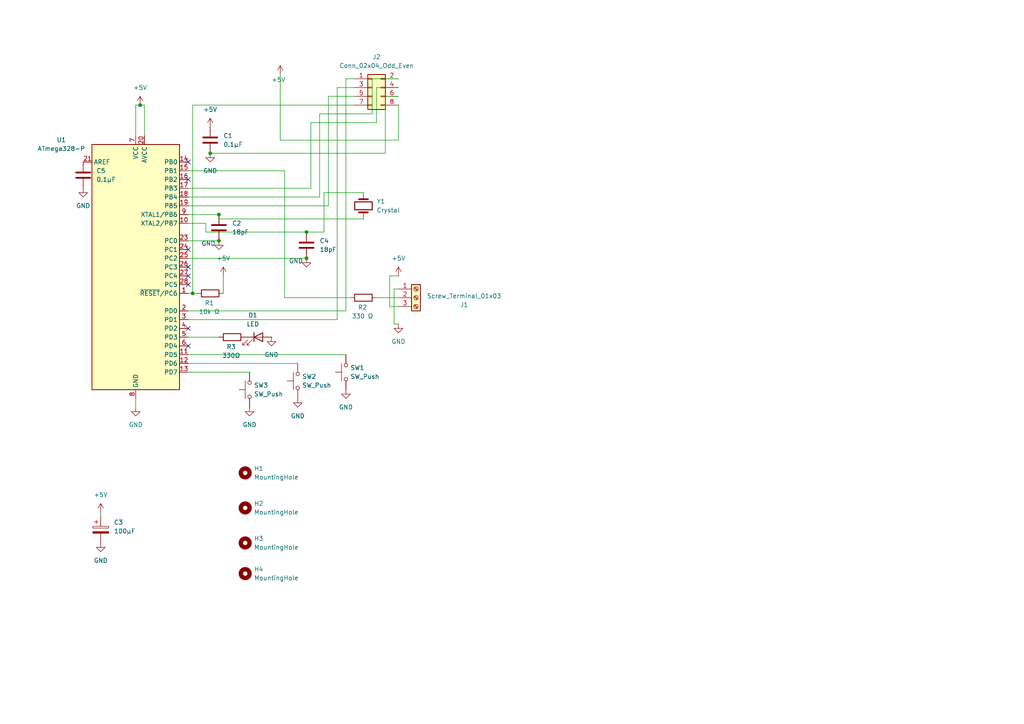
<source format=kicad_sch>
(kicad_sch (version 20250114) (generator "eeschema") (generator_version "9.0")
  (paper "A4")
  (lib_symbols
    (symbol "Connector:Screw_Terminal_01x03" (pin_names (offset 1.016) (hide yes))
      (property "Reference" "J" (at 0 5.08 0))
      (property "Value" "Screw_Terminal_01x03" (at 0 -5.08 0))
      (symbol "Screw_Terminal_01x03_1_1"
        (rectangle (start -1.27 3.81) (end 1.27 -3.81) (stroke (width 0.254)) (fill (type background)))
        (polyline (pts (xy -0.5334 2.8702) (xy 0.3302 2.032)) (stroke (width 0.1524)))
        (polyline (pts (xy -0.5334 0.3302) (xy 0.3302 -0.508)) (stroke (width 0.1524)))
        (polyline (pts (xy -0.5334 -2.2098) (xy 0.3302 -3.048)) (stroke (width 0.1524)))
        (polyline (pts (xy -0.3556 3.048) (xy 0.508 2.2098)) (stroke (width 0.1524)))
        (polyline (pts (xy -0.3556 0.508) (xy 0.508 -0.3302)) (stroke (width 0.1524)))
        (polyline (pts (xy -0.3556 -2.032) (xy 0.508 -2.8702)) (stroke (width 0.1524)))
        (circle (center 0 2.54) (radius 0.635) (stroke (width 0.1524)))
        (circle (center 0 0) (radius 0.635) (stroke (width 0.1524)))
        (circle (center 0 -2.54) (radius 0.635) (stroke (width 0.1524)))
        (pin passive line (at -5.08 2.54 0) (length 3.81) (name "Pin_1") (number "1"))
        (pin passive line (at -5.08 0 0) (length 3.81) (name "Pin_2") (number "2"))
        (pin passive line (at -5.08 -2.54 0) (length 3.81) (name "Pin_3") (number "3"))
      )
    )
    (symbol "Connector_Generic:Conn_02x04_Odd_Even" (pin_names (offset 1.016) (hide yes))
      (property "Reference" "J" (at 1.27 5.08 0))
      (property "Value" "Conn_02x04_Odd_Even" (at 1.27 -7.62 0))
      (symbol "Conn_02x04_Odd_Even_1_1"
        (rectangle (start -1.27 3.81) (end 3.81 -6.35) (stroke (width 0.254)) (fill (type background)))
        (rectangle (start -1.27 2.667) (end 0 2.413) (stroke (width 0.1524)))
        (rectangle (start -1.27 0.127) (end 0 -0.127) (stroke (width 0.1524)))
        (rectangle (start -1.27 -2.413) (end 0 -2.667) (stroke (width 0.1524)))
        (rectangle (start -1.27 -4.953) (end 0 -5.207) (stroke (width 0.1524)))
        (rectangle (start 3.81 2.667) (end 2.54 2.413) (stroke (width 0.1524)))
        (rectangle (start 3.81 0.127) (end 2.54 -0.127) (stroke (width 0.1524)))
        (rectangle (start 3.81 -2.413) (end 2.54 -2.667) (stroke (width 0.1524)))
        (rectangle (start 3.81 -4.953) (end 2.54 -5.207) (stroke (width 0.1524)))
        (pin passive line (at -5.08 2.54 0) (length 3.81) (name "Pin_1") (number "1"))
        (pin passive line (at -5.08 0 0) (length 3.81) (name "Pin_3") (number "3"))
        (pin passive line (at -5.08 -2.54 0) (length 3.81) (name "Pin_5") (number "5"))
        (pin passive line (at -5.08 -5.08 0) (length 3.81) (name "Pin_7") (number "7"))
        (pin passive line (at 7.62 2.54 180) (length 3.81) (name "Pin_2") (number "2"))
        (pin passive line (at 7.62 0 180) (length 3.81) (name "Pin_4") (number "4"))
        (pin passive line (at 7.62 -2.54 180) (length 3.81) (name "Pin_6") (number "6"))
        (pin passive line (at 7.62 -5.08 180) (length 3.81) (name "Pin_8") (number "8"))
      )
    )
    (symbol "Device:C" (pin_numbers (hide yes)) (pin_names (offset 0.254))
      (property "Reference" "C" (at 0.635 2.54 0))
      (property "Value" "C" (at 0.635 -2.54 0))
      (symbol "C_0_1"
        (polyline (pts (xy -2.032 0.762) (xy 2.032 0.762)) (stroke (width 0.508)))
        (polyline (pts (xy -2.032 -0.762) (xy 2.032 -0.762)) (stroke (width 0.508)))
      )
      (symbol "C_1_1"
        (pin passive line (at 0 3.81 270) (length 2.794) (name "~") (number "1"))
        (pin passive line (at 0 -3.81 90) (length 2.794) (name "~") (number "2"))
      )
    )
    (symbol "Device:C_Polarized" (pin_numbers (hide yes)) (pin_names (offset 0.254))
      (property "Reference" "C" (at 0.635 2.54 0))
      (property "Value" "C_Polarized" (at 0.635 -2.54 0))
      (symbol "C_Polarized_0_1"
        (rectangle (start -2.286 0.508) (end 2.286 1.016))
        (polyline (pts (xy -1.778 2.286) (xy -0.762 2.286)))
        (polyline (pts (xy -1.27 2.794) (xy -1.27 1.778)))
        (rectangle (start 2.286 -0.508) (end -2.286 -1.016) (fill (type outline)))
      )
      (symbol "C_Polarized_1_1"
        (pin passive line (at 0 3.81 270) (length 2.794) (name "~") (number "1"))
        (pin passive line (at 0 -3.81 90) (length 2.794) (name "~") (number "2"))
      )
    )
    (symbol "Device:Crystal" (pin_numbers (hide yes)) (pin_names (offset 1.016) (hide yes))
      (property "Reference" "Y" (at 0 3.81 0))
      (property "Value" "Crystal" (at 0 -3.81 0))
      (symbol "Crystal_0_1"
        (polyline (pts (xy -2.54 0) (xy -1.905 0)))
        (polyline (pts (xy -1.905 -1.27) (xy -1.905 1.27)) (stroke (width 0.508)))
        (rectangle (start -1.143 2.54) (end 1.143 -2.54) (stroke (width 0.3048)))
        (polyline (pts (xy 1.905 -1.27) (xy 1.905 1.27)) (stroke (width 0.508)))
        (polyline (pts (xy 2.54 0) (xy 1.905 0)))
      )
      (symbol "Crystal_1_1"
        (pin passive line (at -3.81 0 0) (length 1.27) (name "1") (number "1"))
        (pin passive line (at 3.81 0 180) (length 1.27) (name "2") (number "2"))
      )
    )
    (symbol "Device:LED" (pin_numbers (hide yes)) (pin_names (offset 1.016) (hide yes))
      (property "Reference" "D" (at 0 2.54 0))
      (property "Value" "LED" (at 0 -2.54 0))
      (symbol "LED_0_1"
        (polyline (pts (xy -3.048 -0.762) (xy -4.572 -2.286) (xy -3.81 -2.286) (xy -4.572 -2.286) (xy -4.572 -1.524)))
        (polyline (pts (xy -1.778 -0.762) (xy -3.302 -2.286) (xy -2.54 -2.286) (xy -3.302 -2.286) (xy -3.302 -1.524)))
        (polyline (pts (xy -1.27 0) (xy 1.27 0)))
        (polyline (pts (xy -1.27 -1.27) (xy -1.27 1.27)) (stroke (width 0.254)))
        (polyline (pts (xy 1.27 -1.27) (xy 1.27 1.27) (xy -1.27 0) (xy 1.27 -1.27)) (stroke (width 0.254)))
      )
      (symbol "LED_1_1"
        (pin passive line (at -3.81 0 0) (length 2.54) (name "K") (number "1"))
        (pin passive line (at 3.81 0 180) (length 2.54) (name "A") (number "2"))
      )
    )
    (symbol "Device:R" (pin_numbers (hide yes)) (pin_names (offset 0))
      (property "Reference" "R" (at 2.032 0 90))
      (property "Value" "R" (at 0 0 90))
      (symbol "R_0_1"
        (rectangle (start -1.016 -2.54) (end 1.016 2.54) (stroke (width 0.254)))
      )
      (symbol "R_1_1"
        (pin passive line (at 0 3.81 270) (length 1.27) (name "~") (number "1"))
        (pin passive line (at 0 -3.81 90) (length 1.27) (name "~") (number "2"))
      )
    )
    (symbol "MCU_Microchip_ATmega:ATmega328-P"
      (property "Reference" "U" (at -12.7 36.83 0))
      (property "Value" "ATmega328-P" (at 2.54 -36.83 0))
      (symbol "ATmega328-P_0_1"
        (rectangle (start -12.7 -35.56) (end 12.7 35.56) (stroke (width 0.254)) (fill (type background)))
      )
      (symbol "ATmega328-P_1_1"
        (pin passive line (at -15.24 30.48 0) (length 2.54) (name "AREF") (number "21"))
        (pin power_in line (at 0 38.1 270) (length 2.54) (name "VCC") (number "7"))
        (pin passive line (at 0 -38.1 90) (length 2.54) (hide yes) (name "GND") (number "22"))
        (pin power_in line (at 0 -38.1 90) (length 2.54) (name "GND") (number "8"))
        (pin power_in line (at 2.54 38.1 270) (length 2.54) (name "AVCC") (number "20"))
        (pin bidirectional line (at 15.24 30.48 180) (length 2.54) (name "PB0") (number "14"))
        (pin bidirectional line (at 15.24 27.94 180) (length 2.54) (name "PB1") (number "15"))
        (pin bidirectional line (at 15.24 25.4 180) (length 2.54) (name "PB2") (number "16"))
        (pin bidirectional line (at 15.24 22.86 180) (length 2.54) (name "PB3") (number "17"))
        (pin bidirectional line (at 15.24 20.32 180) (length 2.54) (name "PB4") (number "18"))
        (pin bidirectional line (at 15.24 17.78 180) (length 2.54) (name "PB5") (number "19"))
        (pin bidirectional line (at 15.24 15.24 180) (length 2.54) (name "XTAL1/PB6") (number "9"))
        (pin bidirectional line (at 15.24 12.7 180) (length 2.54) (name "XTAL2/PB7") (number "10"))
        (pin bidirectional line (at 15.24 7.62 180) (length 2.54) (name "PC0") (number "23"))
        (pin bidirectional line (at 15.24 5.08 180) (length 2.54) (name "PC1") (number "24"))
        (pin bidirectional line (at 15.24 2.54 180) (length 2.54) (name "PC2") (number "25"))
        (pin bidirectional line (at 15.24 0 180) (length 2.54) (name "PC3") (number "26"))
        (pin bidirectional line (at 15.24 -2.54 180) (length 2.54) (name "PC4") (number "27"))
        (pin bidirectional line (at 15.24 -5.08 180) (length 2.54) (name "PC5") (number "28"))
        (pin bidirectional line (at 15.24 -7.62 180) (length 2.54) (name "~{RESET}/PC6") (number "1"))
        (pin bidirectional line (at 15.24 -12.7 180) (length 2.54) (name "PD0") (number "2"))
        (pin bidirectional line (at 15.24 -15.24 180) (length 2.54) (name "PD1") (number "3"))
        (pin bidirectional line (at 15.24 -17.78 180) (length 2.54) (name "PD2") (number "4"))
        (pin bidirectional line (at 15.24 -20.32 180) (length 2.54) (name "PD3") (number "5"))
        (pin bidirectional line (at 15.24 -22.86 180) (length 2.54) (name "PD4") (number "6"))
        (pin bidirectional line (at 15.24 -25.4 180) (length 2.54) (name "PD5") (number "11"))
        (pin bidirectional line (at 15.24 -27.94 180) (length 2.54) (name "PD6") (number "12"))
        (pin bidirectional line (at 15.24 -30.48 180) (length 2.54) (name "PD7") (number "13"))
      )
    )
    (symbol "Mechanical:MountingHole" (pin_names (offset 1.016)) (in_bom no)
      (property "Reference" "H" (at 0 5.08 0))
      (property "Value" "MountingHole" (at 0 3.175 0))
      (symbol "MountingHole_0_1"
        (circle (center 0 0) (radius 1.27) (stroke (width 1.27)))
      )
    )
    (symbol "Switch:SW_Push" (pin_numbers (hide yes)) (pin_names (offset 1.016) (hide yes))
      (property "Reference" "SW" (at 1.27 2.54 0))
      (property "Value" "SW_Push" (at 0 -1.524 0))
      (symbol "SW_Push_0_1"
        (circle (center -2.032 0) (radius 0.508))
        (polyline (pts (xy 0 1.27) (xy 0 3.048)))
        (circle (center 2.032 0) (radius 0.508))
        (polyline (pts (xy 2.54 1.27) (xy -2.54 1.27)))
        (pin passive line (at -5.08 0 0) (length 2.54) (name "1") (number "1"))
        (pin passive line (at 5.08 0 180) (length 2.54) (name "2") (number "2"))
      )
    )
    (symbol "power:+5V" (power) (pin_numbers (hide yes)) (pin_names (offset 0) (hide yes))
      (property "Value" "+5V" (at 0 3.556 0))
      (symbol "+5V_0_1"
        (polyline (pts (xy -0.762 1.27) (xy 0 2.54)))
        (polyline (pts (xy 0 2.54) (xy 0.762 1.27)))
        (polyline (pts (xy 0 0) (xy 0 2.54)))
      )
      (symbol "+5V_1_1"
        (pin power_in line (at 0 0 90) (length 0) (name "~") (number "1"))
      )
    )
    (symbol "power:GND" (power) (pin_numbers (hide yes)) (pin_names (offset 0) (hide yes))
      (property "Value" "GND" (at 0 -3.81 0))
      (symbol "GND_0_1"
        (polyline (pts (xy 0 0) (xy 0 -1.27) (xy 1.27 -1.27) (xy 0 -2.54) (xy -1.27 -1.27) (xy 0 -1.27)))
      )
      (symbol "GND_1_1"
        (pin power_in line (at 0 0 270) (length 0) (name "~") (number "1"))
      )
    )
  )
  (junction (at 63.5 69.85))
  (junction (at 55.88 85.09))
  (junction (at 88.9 74.93))
  (junction (at 63.5 62.23))
  (junction (at 88.9 67.31))
  (junction (at 40.64 30.48))
  (junction (at 60.96 44.45))
  (no_connect (at 54.61 77.47))
  (no_connect (at 54.61 52.07))
  (no_connect (at 54.61 72.39))
  (no_connect (at 54.61 80.01))
  (no_connect (at 54.61 46.99))
  (no_connect (at 54.61 95.25))
  (no_connect (at 54.61 100.33))
  (no_connect (at 54.61 82.55))
  (wire (pts (xy 63.5 63.5) (xy 105.41 63.5)))
  (wire (pts (xy 54.61 57.15) (xy 92.71 57.15)))
  (wire (pts (xy 29.21 148.59) (xy 29.21 149.86)))
  (wire (pts (xy 97.79 92.71) (xy 97.79 25.4)))
  (wire (pts (xy 39.37 30.48) (xy 39.37 39.37)))
  (wire (pts (xy 64.77 80.01) (xy 64.77 85.09)))
  (wire (pts (xy 90.17 35.56) (xy 90.17 54.61)))
  (wire (pts (xy 113.03 88.9) (xy 113.03 80.01)))
  (wire (pts (xy 88.9 67.31) (xy 93.98 67.31)))
  (wire (pts (xy 82.55 86.36) (xy 101.6 86.36)))
  (wire (pts (xy 54.61 64.77) (xy 59.69 64.77)))
  (wire (pts (xy 59.69 64.77) (xy 59.69 67.31)))
  (wire (pts (xy 115.57 88.9) (xy 113.03 88.9)))
  (wire (pts (xy 107.95 22.86) (xy 115.57 22.86)))
  (wire (pts (xy 81.28 40.64) (xy 115.57 40.64)))
  (wire (pts (xy 57.15 85.09) (xy 55.88 85.09)))
  (wire (pts (xy 111.76 27.94) (xy 111.76 44.45)))
  (wire (pts (xy 54.61 97.79) (xy 63.5 97.79)))
  (wire (pts (xy 92.71 33.02) (xy 92.71 57.15)))
  (wire (pts (xy 100.33 22.86) (xy 102.87 22.86)))
  (wire (pts (xy 82.55 49.53) (xy 82.55 86.36)))
  (wire (pts (xy 109.22 25.4) (xy 115.57 25.4)))
  (wire (pts (xy 93.98 55.88) (xy 105.41 55.88)))
  (wire (pts (xy 55.88 30.48) (xy 55.88 85.09)))
  (wire (pts (xy 54.61 69.85) (xy 63.5 69.85)))
  (wire (pts (xy 54.61 74.93) (xy 88.9 74.93)))
  (wire (pts (xy 114.3 83.82) (xy 114.3 93.98)))
  (wire (pts (xy 97.79 25.4) (xy 102.87 25.4)))
  (wire (pts (xy 54.61 90.17) (xy 100.33 90.17)))
  (wire (pts (xy 90.17 35.56) (xy 109.22 35.56)))
  (wire (pts (xy 54.61 49.53) (xy 82.55 49.53)))
  (wire (pts (xy 54.61 107.95) (xy 72.39 107.95)))
  (wire (pts (xy 39.37 118.11) (xy 39.37 115.57)))
  (wire (pts (xy 54.61 92.71) (xy 97.79 92.71)))
  (wire (pts (xy 63.5 63.5) (xy 63.5 62.23)))
  (wire (pts (xy 59.69 67.31) (xy 88.9 67.31)))
  (wire (pts (xy 100.33 22.86) (xy 100.33 90.17)))
  (wire (pts (xy 107.95 33.02) (xy 107.95 22.86)))
  (wire (pts (xy 55.88 85.09) (xy 54.61 85.09)))
  (wire (pts (xy 93.98 67.31) (xy 93.98 55.88)))
  (wire (pts (xy 113.03 80.01) (xy 115.57 80.01)))
  (wire (pts (xy 54.61 105.41) (xy 86.36 105.41)))
  (wire (pts (xy 95.25 59.69) (xy 95.25 27.94)))
  (wire (pts (xy 115.57 83.82) (xy 114.3 83.82)))
  (wire (pts (xy 40.64 30.48) (xy 39.37 30.48)))
  (wire (pts (xy 111.76 27.94) (xy 115.57 27.94)))
  (wire (pts (xy 111.76 44.45) (xy 60.96 44.45)))
  (wire (pts (xy 54.61 62.23) (xy 63.5 62.23)))
  (wire (pts (xy 102.87 30.48) (xy 55.88 30.48)))
  (wire (pts (xy 41.91 30.48) (xy 40.64 30.48)))
  (wire (pts (xy 115.57 40.64) (xy 115.57 30.48)))
  (wire (pts (xy 54.61 54.61) (xy 90.17 54.61)))
  (wire (pts (xy 81.28 21.59) (xy 81.28 40.64)))
  (wire (pts (xy 109.22 86.36) (xy 115.57 86.36)))
  (wire (pts (xy 114.3 93.98) (xy 115.57 93.98)))
  (wire (pts (xy 54.61 59.69) (xy 95.25 59.69)))
  (wire (pts (xy 92.71 33.02) (xy 107.95 33.02)))
  (wire (pts (xy 41.91 39.37) (xy 41.91 30.48)))
  (wire (pts (xy 95.25 27.94) (xy 102.87 27.94)))
  (wire (pts (xy 54.61 102.87) (xy 100.33 102.87)))
  (wire (pts (xy 109.22 35.56) (xy 109.22 25.4)))
  (symbol (lib_id "Device:C") (at 63.5 66.04 0) (unit 1)
    (property "Reference" "C2" (at 67.31 64.7699 0) (effects (justify left)))
    (property "Value" "18pF" (at 67.31 67.3099 0) (effects (justify left)))
    (property "Footprint" "Capacitor_SMD:C_1206_3216Metric_Pad1.33x1.80mm_HandSolder" (effects (hide yes)))
    (property "Description" "Unpolarized capacitor" (effects (hide yes)))
  )
  (symbol (lib_id "Connector_Generic:Conn_02x04_Odd_Even") (at 107.95 25.4 0) (unit 1)
    (property "Reference" "J2" (at 109.22 16.51 0))
    (property "Value" "Conn_02x04_Odd_Even" (at 109.22 19.05 0))
    (property "Footprint" "Connector_PinHeader_2.54mm:PinHeader_2x04_P2.54mm_Vertical" (effects (hide yes)))
    (property "Description" "Generic connector, double row, 02x04, odd/even pin numbering scheme (row 1 odd numbers, row 2 even numbers), script generated (kicad-library-utils/schlib/autogen/connector/)" (effects (hide yes)))
  )
  (symbol (lib_id "Mechanical:MountingHole") (at 71.12 147.32 0) (unit 1) (in_bom no)
    (property "Reference" "H2" (at 73.66 146.0499 0) (effects (justify left)))
    (property "Value" "MountingHole" (at 73.66 148.5899 0) (effects (justify left)))
    (property "Footprint" "MountingHole:MountingHole_2mm" (effects (hide yes)))
    (property "Description" "Mounting Hole without connection" (effects (hide yes)))
  )
  (symbol (lib_id "Switch:SW_Push") (at 72.39 113.03 90) (unit 1)
    (property "Reference" "SW3" (at 73.66 111.7599 90) (effects (justify right)))
    (property "Value" "SW_Push" (at 73.66 114.2999 90) (effects (justify right)))
    (property "Footprint" "Button_Switch_THT:SW_PUSH-12mm" (effects (hide yes)))
    (property "Description" "Push button switch, generic, two pins" (effects (hide yes)))
  )
  (symbol (lib_id "power:GND") (at 39.37 118.11 0) (unit 1)
    (property "Reference" "#PWR01" (effects (hide yes)))
    (property "Value" "GND" (at 39.37 123.19 0))
    (property "Description" "Power symbol creates a global label with name \"GND\" , ground" (effects (hide yes)))
  )
  (symbol (lib_id "power:GND") (at 100.33 113.03 0) (unit 1)
    (property "Reference" "#PWR014" (effects (hide yes)))
    (property "Value" "GND" (at 100.33 118.11 0))
    (property "Description" "Power symbol creates a global label with name \"GND\" , ground" (effects (hide yes)))
  )
  (symbol (lib_id "power:GND") (at 78.74 97.79 0) (unit 1)
    (property "Reference" "#PWR06" (effects (hide yes)))
    (property "Value" "GND" (at 78.74 102.87 0))
    (property "Description" "Power symbol creates a global label with name \"GND\" , ground" (effects (hide yes)))
  )
  (symbol (lib_id "Device:R") (at 60.96 85.09 90) (unit 1)
    (property "Reference" "R1" (at 60.706 87.884 90))
    (property "Value" "10k Ω" (at 60.706 90.424 90))
    (property "Footprint" "Resistor_SMD:R_1206_3216Metric_Pad1.30x1.75mm_HandSolder" (effects (hide yes)))
    (property "Description" "Resistor" (effects (hide yes)))
  )
  (symbol (lib_id "power:GND") (at 29.21 157.48 0) (unit 1)
    (property "Reference" "#PWR012" (effects (hide yes)))
    (property "Value" "GND" (at 29.21 162.56 0))
    (property "Description" "Power symbol creates a global label with name \"GND\" , ground" (effects (hide yes)))
  )
  (symbol (lib_id "power:GND") (at 86.36 115.57 0) (unit 1)
    (property "Reference" "#PWR013" (effects (hide yes)))
    (property "Value" "GND" (at 86.36 120.65 0))
    (property "Description" "Power symbol creates a global label with name \"GND\" , ground" (effects (hide yes)))
  )
  (symbol (lib_id "power:+5V") (at 40.64 30.48 0) (unit 1)
    (property "Reference" "#PWR02" (effects (hide yes)))
    (property "Value" "+5V" (at 40.64 25.4 0))
    (property "Description" "Power symbol creates a global label with name \"+5V\"" (effects (hide yes)))
  )
  (symbol (lib_id "Switch:SW_Push") (at 100.33 107.95 90) (unit 1)
    (property "Reference" "SW1" (at 101.6 106.6799 90) (effects (justify right)))
    (property "Value" "SW_Push" (at 101.6 109.2199 90) (effects (justify right)))
    (property "Footprint" "Button_Switch_THT:SW_PUSH-12mm" (effects (hide yes)))
    (property "Description" "Push button switch, generic, two pins" (effects (hide yes)))
  )
  (symbol (lib_id "power:+5V") (at 60.96 36.83 0) (unit 1)
    (property "Reference" "#PWR04" (effects (hide yes)))
    (property "Value" "+5V" (at 60.96 31.75 0))
    (property "Description" "Power symbol creates a global label with name \"+5V\"" (effects (hide yes)))
  )
  (symbol (lib_id "Mechanical:MountingHole") (at 71.12 166.37 0) (unit 1) (in_bom no)
    (property "Reference" "H4" (at 73.66 165.0999 0) (effects (justify left)))
    (property "Value" "MountingHole" (at 73.66 167.6399 0) (effects (justify left)))
    (property "Footprint" "MountingHole:MountingHole_2mm" (effects (hide yes)))
    (property "Description" "Mounting Hole without connection" (effects (hide yes)))
  )
  (symbol (lib_id "power:+5V") (at 29.21 148.59 0) (unit 1)
    (property "Reference" "#PWR011" (effects (hide yes)))
    (property "Value" "+5V" (at 29.21 143.51 0))
    (property "Description" "Power symbol creates a global label with name \"+5V\"" (effects (hide yes)))
  )
  (symbol (lib_id "Mechanical:MountingHole") (at 71.12 157.48 0) (unit 1) (in_bom no)
    (property "Reference" "H3" (at 73.66 156.2099 0) (effects (justify left)))
    (property "Value" "MountingHole" (at 73.66 158.7499 0) (effects (justify left)))
    (property "Footprint" "MountingHole:MountingHole_2mm" (effects (hide yes)))
    (property "Description" "Mounting Hole without connection" (effects (hide yes)))
  )
  (symbol (lib_id "power:GND") (at 24.13 54.61 0) (unit 1)
    (property "Reference" "#PWR07" (effects (hide yes)))
    (property "Value" "GND" (at 24.13 59.69 0))
    (property "Description" "Power symbol creates a global label with name \"GND\" , ground" (effects (hide yes)))
  )
  (symbol (lib_id "power:GND") (at 63.5 69.85 0) (unit 1)
    (property "Reference" "#PWR08" (effects (hide yes)))
    (property "Value" "GND" (at 60.452 70.612 0))
    (property "Description" "Power symbol creates a global label with name \"GND\" , ground" (effects (hide yes)))
  )
  (symbol (lib_id "Device:R") (at 105.41 86.36 90) (unit 1)
    (property "Reference" "R2" (at 105.156 89.154 90))
    (property "Value" "330 Ω" (at 105.156 91.694 90))
    (property "Footprint" "Resistor_SMD:R_1206_3216Metric_Pad1.30x1.75mm_HandSolder" (effects (hide yes)))
    (property "Description" "Resistor" (effects (hide yes)))
  )
  (symbol (lib_id "Switch:SW_Push") (at 86.36 110.49 90) (unit 1)
    (property "Reference" "SW2" (at 87.63 109.2199 90) (effects (justify right)))
    (property "Value" "SW_Push" (at 87.63 111.7599 90) (effects (justify right)))
    (property "Footprint" "Button_Switch_THT:SW_PUSH-12mm" (effects (hide yes)))
    (property "Description" "Push button switch, generic, two pins" (effects (hide yes)))
  )
  (symbol (lib_id "Device:Crystal") (at 105.41 59.69 90) (unit 1)
    (property "Reference" "Y1" (at 109.22 58.4199 90) (effects (justify right)))
    (property "Value" "Crystal" (at 109.22 60.9599 90) (effects (justify right)))
    (property "Footprint" "Crystal:Crystal_HC49-U_Vertical" (effects (hide yes)))
    (property "Description" "Two pin crystal" (effects (hide yes)))
  )
  (symbol (lib_id "Device:C") (at 24.13 50.8 0) (unit 1)
    (property "Reference" "C5" (at 27.94 49.5299 0) (effects (justify left)))
    (property "Value" "0.1μF" (at 27.94 52.0699 0) (effects (justify left)))
    (property "Footprint" "Capacitor_SMD:C_1206_3216Metric_Pad1.33x1.80mm_HandSolder" (effects (hide yes)))
    (property "Description" "Unpolarized capacitor" (effects (hide yes)))
  )
  (symbol (lib_id "power:GND") (at 60.96 44.45 0) (unit 1)
    (property "Reference" "#PWR05" (effects (hide yes)))
    (property "Value" "GND" (at 60.96 49.53 0))
    (property "Description" "Power symbol creates a global label with name \"GND\" , ground" (effects (hide yes)))
  )
  (symbol (lib_id "power:GND") (at 88.9 74.93 0) (unit 1)
    (property "Reference" "#PWR017" (effects (hide yes)))
    (property "Value" "GND" (at 85.852 75.692 0))
    (property "Description" "Power symbol creates a global label with name \"GND\" , ground" (effects (hide yes)))
  )
  (symbol (lib_id "Device:R") (at 67.31 97.79 90) (unit 1)
    (property "Reference" "R3" (at 67.056 100.584 90))
    (property "Value" "330Ω" (at 67.056 103.124 90))
    (property "Footprint" "Resistor_SMD:R_1206_3216Metric_Pad1.30x1.75mm_HandSolder" (effects (hide yes)))
    (property "Description" "Resistor" (effects (hide yes)))
  )
  (symbol (lib_id "Device:LED") (at 74.93 97.79 0) (unit 1)
    (property "Reference" "D1" (at 73.3425 91.44 0))
    (property "Value" "LED" (at 73.3425 93.98 0))
    (property "Footprint" "LED_SMD:LED_1206_3216Metric_Pad1.42x1.75mm_HandSolder" (effects (hide yes)))
    (property "Description" "Light emitting diode" (effects (hide yes)))
    (property "Sim.Pins" "1=K 2=A" (effects (hide yes)))
  )
  (symbol (lib_id "Device:C") (at 60.96 40.64 0) (unit 1)
    (property "Reference" "C1" (at 64.77 39.3699 0) (effects (justify left)))
    (property "Value" "0.1μF" (at 64.77 41.9099 0) (effects (justify left)))
    (property "Footprint" "Capacitor_SMD:C_1206_3216Metric_Pad1.33x1.80mm_HandSolder" (effects (hide yes)))
    (property "Description" "Unpolarized capacitor" (effects (hide yes)))
  )
  (symbol (lib_id "Device:C_Polarized") (at 29.21 153.67 0) (unit 1)
    (property "Reference" "C3" (at 33.02 151.5109 0) (effects (justify left)))
    (property "Value" "100μF" (at 33.02 154.0509 0) (effects (justify left)))
    (property "Footprint" "Capacitor_THT:CP_Radial_D5.0mm_P2.00mm" (effects (hide yes)))
    (property "Description" "Polarized capacitor" (effects (hide yes)))
  )
  (symbol (lib_id "power:+5V") (at 64.77 80.01 0) (unit 1)
    (property "Reference" "#PWR03" (effects (hide yes)))
    (property "Value" "+5V" (at 64.77 74.93 0))
    (property "Description" "Power symbol creates a global label with name \"+5V\"" (effects (hide yes)))
  )
  (symbol (lib_id "power:GND") (at 72.39 118.11 0) (unit 1)
    (property "Reference" "#PWR010" (effects (hide yes)))
    (property "Value" "GND" (at 72.39 123.19 0))
    (property "Description" "Power symbol creates a global label with name \"GND\" , ground" (effects (hide yes)))
  )
  (symbol (lib_id "power:GND") (at 115.57 93.98 0) (unit 1)
    (property "Reference" "#PWR016" (effects (hide yes)))
    (property "Value" "GND" (at 115.57 99.06 0))
    (property "Description" "Power symbol creates a global label with name \"GND\" , ground" (effects (hide yes)))
  )
  (symbol (lib_id "power:+5V") (at 81.28 21.59 0) (unit 1)
    (property "Reference" "#PWR09" (effects (hide yes)))
    (property "Value" "+5V" (at 80.772 23.114 0))
    (property "Description" "Power symbol creates a global label with name \"+5V\"" (effects (hide yes)))
  )
  (symbol (lib_id "MCU_Microchip_ATmega:ATmega328-P") (at 39.37 77.47 0) (unit 1)
    (property "Reference" "U1" (at 17.78 40.5698 0))
    (property "Value" "ATmega328-P" (at 17.78 43.1098 0))
    (property "Footprint" "Package_DIP:DIP-28_W7.62mm_Socket" (effects (hide yes)))
    (property "Datasheet" "http://ww1.microchip.com/downloads/en/DeviceDoc/ATmega328_P%20AVR%20MCU%20with%20picoPower%20Technology%20Data%20Sheet%2040001984A.pdf" (effects (hide yes)))
    (property "Description" "20MHz, 32kB Flash, 2kB SRAM, 1kB EEPROM, DIP-28" (effects (hide yes)))
  )
  (symbol (lib_id "Connector:Screw_Terminal_01x03") (at 120.65 86.36 0) (unit 1)
    (property "Reference" "J1" (at 134.62 88.392 0))
    (property "Value" "Screw_Terminal_01x03" (at 134.62 85.852 0))
    (property "Footprint" "TerminalBlock:TerminalBlock_MaiXu_MX126-5.0-03P_1x03_P5.00mm" (effects (hide yes)))
    (property "Description" "Generic screw terminal, single row, 01x03, script generated (kicad-library-utils/schlib/autogen/connector/)" (effects (hide yes)))
  )
  (symbol (lib_id "Mechanical:MountingHole") (at 71.12 137.16 0) (unit 1) (in_bom no)
    (property "Reference" "H1" (at 73.66 135.8899 0) (effects (justify left)))
    (property "Value" "MountingHole" (at 73.66 138.4299 0) (effects (justify left)))
    (property "Footprint" "MountingHole:MountingHole_2mm" (effects (hide yes)))
    (property "Description" "Mounting Hole without connection" (effects (hide yes)))
  )
  (symbol (lib_id "power:+5V") (at 115.57 80.01 0) (unit 1)
    (property "Reference" "#PWR015" (effects (hide yes)))
    (property "Value" "+5V" (at 115.57 74.93 0))
    (property "Description" "Power symbol creates a global label with name \"+5V\"" (effects (hide yes)))
  )
  (symbol (lib_id "Device:C") (at 88.9 71.12 0) (unit 1)
    (property "Reference" "C4" (at 92.71 69.8499 0) (effects (justify left)))
    (property "Value" "18pF" (at 92.71 72.3899 0) (effects (justify left)))
    (property "Footprint" "Capacitor_SMD:C_1206_3216Metric_Pad1.33x1.80mm_HandSolder" (effects (hide yes)))
    (property "Description" "Unpolarized capacitor" (effects (hide yes)))
  )
)
</source>
